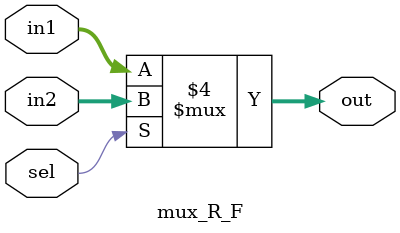
<source format=v>
module mux_R_F (
    input wire  sel,
    input wire [4:0] in1,
    input wire [4:0] in2,
    output reg [4:0] out
);

    always @(*) 
        begin
            if(!sel)
                begin
                    out = in1;
                end
            else
                begin
                    out = in2;
                end
        end
    
endmodule
</source>
